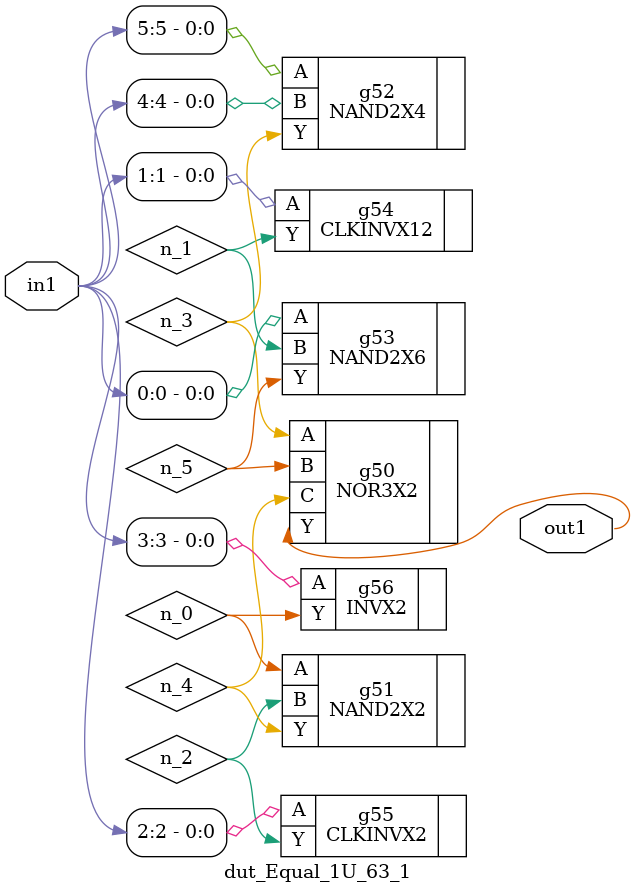
<source format=v>
`timescale 1ps / 1ps


module dut_Equal_1U_63_1(in1, out1);
  input [5:0] in1;
  output out1;
  wire [5:0] in1;
  wire out1;
  wire n_0, n_1, n_2, n_3, n_4, n_5;
  NOR3X2 g50(.A (n_3), .B (n_5), .C (n_4), .Y (out1));
  NAND2X6 g53(.A (in1[0]), .B (n_1), .Y (n_5));
  NAND2X2 g51(.A (n_0), .B (n_2), .Y (n_4));
  NAND2X4 g52(.A (in1[5]), .B (in1[4]), .Y (n_3));
  CLKINVX2 g55(.A (in1[2]), .Y (n_2));
  CLKINVX12 g54(.A (in1[1]), .Y (n_1));
  INVX2 g56(.A (in1[3]), .Y (n_0));
endmodule



</source>
